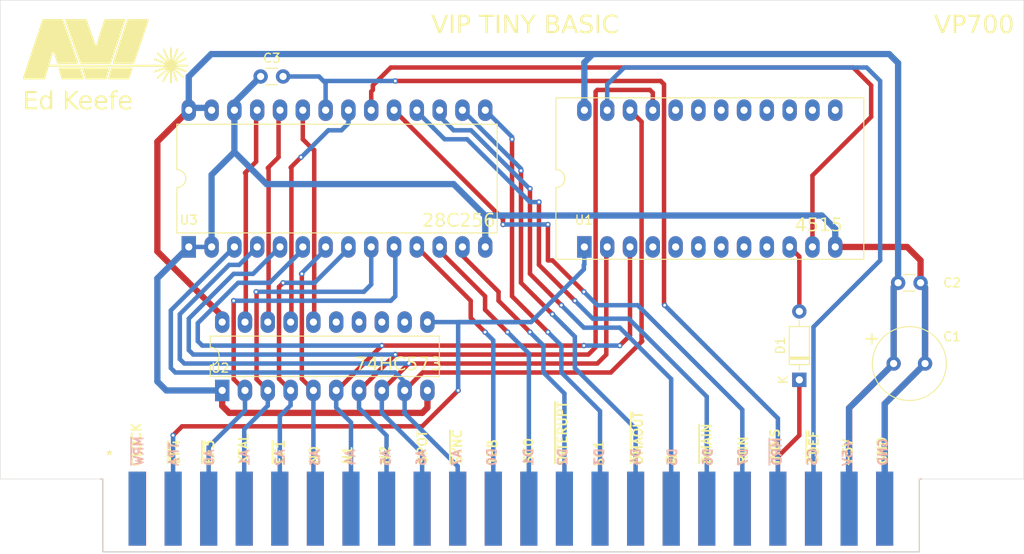
<source format=kicad_pcb>
(kicad_pcb (version 20240108) (generator "pcbnew") (generator_version "8.0")
  (layers (0 "F.Cu" signal) (31 "B.Cu" signal) (34 "B.Paste" user) (35 "F.Paste" user) (36 "B.SilkS" user "B.Silkscreen") (37 "F.SilkS" user "F.Silkscreen") (38 "B.Mask" user) (39 "F.Mask" user) (44 "Edge.Cuts" user))
  (net 0 "")
  (net 1 "Net-(D1-A)")
  (net 2 "Net-(P1-~{MRD})")
  (net 3 "+5V")
  (net 4 "GND")
  (net 5 "Net-(D1-K)")
  (net 15 "Net-(P1-TPA)")
  (net 25 "Net-(U1-Q0)")
  (net 30 "Net-(U2-Q3)")
  (net 31 "Net-(U2-Q2)")
  (net 34 "Net-(U2-Q1)")
  (net 37 "/A4")
  (net 43 "/A7")
  (net 45 "/D5")
  (net 46 "/D4")
  (net 47 "/A1")
  (net 50 "/D0")
  (net 54 "/D1")
  (net 56 "/A3")
  (net 57 "Net-(P1-CS)")
  (net 58 "/D2")
  (net 59 "/A0")
  (net 60 "/A2")
  (net 61 "/A5")
  (net 62 "/D3")
  (net 63 "/D6")
  (net 64 "/A6")
  (net 65 "/D7")
  (net 66 "Net-(U2-Q0)")
  (footprint "LOGO" (layer "F.Cu") (at 73.5 59.5)
    (property "Reference" "G***" (hide yes))
    (property "Value" "LOGO" (hide yes))
  )
  (footprint "Package_DIP:DIP-20_W7.62mm_LongPads" (layer "F.Cu") (at 86.22 97.5 90)
    (property "Reference" "U2" (at 2.5 -0.22 0) (layer "F.SilkS"))
    (property "Value" "74HC573" (hide yes))
    (pad "1" thru_hole rect (at 0 0 90) (size 2.4 1.6) (drill 0.8) (layers "*.Cu" "*.Mask") (net 4 "GND"))
    (pad "2" thru_hole oval (at 0 2.54 90) (size 2.4 1.6) (drill 0.8) (layers "*.Cu" "*.Mask") (net 59 "/A0"))
    (pad "3" thru_hole oval (at 0 5.08 90) (size 2.4 1.6) (drill 0.8) (layers "*.Cu" "*.Mask") (net 47 "/A1"))
    (pad "4" thru_hole oval (at 0 7.62 90) (size 2.4 1.6) (drill 0.8) (layers "*.Cu" "*.Mask") (net 60 "/A2"))
    (pad "5" thru_hole oval (at 0 10.16 90) (size 2.4 1.6) (drill 0.8) (layers "*.Cu" "*.Mask") (net 56 "/A3"))
    (pad "6" thru_hole oval (at 0 12.7 90) (size 2.4 1.6) (drill 0.8) (layers "*.Cu" "*.Mask") (net 37 "/A4"))
    (pad "7" thru_hole oval (at 0 15.24 90) (size 2.4 1.6) (drill 0.8) (layers "*.Cu" "*.Mask") (net 61 "/A5"))
    (pad "8" thru_hole oval (at 0 17.78 90) (size 2.4 1.6) (drill 0.8) (layers "*.Cu" "*.Mask") (net 64 "/A6"))
    (pad "9" thru_hole oval (at 0 20.32 90) (size 2.4 1.6) (drill 0.8) (layers "*.Cu" "*.Mask") (net 43 "/A7"))
    (pad "10" thru_hole oval (at 0 22.86 90) (size 2.4 1.6) (drill 0.8) (layers "*.Cu" "*.Mask") (net 4 "GND"))
    (pad "11" thru_hole oval (at 7.62 22.86 90) (size 2.4 1.6) (drill 0.8) (layers "*.Cu" "*.Mask") (net 15 "Net-(P1-TPA)"))
    (pad "12" thru_hole oval (at 7.62 20.32 90) (size 2.4 1.6) (drill 0.8) (layers "*.Cu" "*.Mask"))
    (pad "13" thru_hole oval (at 7.62 17.78 90) (size 2.4 1.6) (drill 0.8) (layers "*.Cu" "*.Mask"))
    (pad "14" thru_hole oval (at 7.62 15.24 90) (size 2.4 1.6) (drill 0.8) (layers "*.Cu" "*.Mask"))
    (pad "15" thru_hole oval (at 7.62 12.7 90) (size 2.4 1.6) (drill 0.8) (layers "*.Cu" "*.Mask"))
    (pad "16" thru_hole oval (at 7.62 10.16 90) (size 2.4 1.6) (drill 0.8) (layers "*.Cu" "*.Mask") (net 30 "Net-(U2-Q3)"))
    (pad "17" thru_hole oval (at 7.62 7.62 90) (size 2.4 1.6) (drill 0.8) (layers "*.Cu" "*.Mask") (net 31 "Net-(U2-Q2)"))
    (pad "18" thru_hole oval (at 7.62 5.08 90) (size 2.4 1.6) (drill 0.8) (layers "*.Cu" "*.Mask") (net 34 "Net-(U2-Q1)"))
    (pad "19" thru_hole oval (at 7.62 2.54 90) (size 2.4 1.6) (drill 0.8) (layers "*.Cu" "*.Mask") (net 66 "Net-(U2-Q0)"))
    (pad "20" thru_hole oval (at 7.62 0 90) (size 2.4 1.6) (drill 0.8) (layers "*.Cu" "*.Mask") (net 3 "+5V"))
  )
  (footprint "Package_DIP:DIP-28_W15.24mm_LongPads" (layer "F.Cu") (at 82.5 81.5 90)
    (property "Reference" "U3" (hide yes))
    (property "Value" "28C256" (hide yes))
    (fp_text user "${REFERENCE}" (at 3 0 0) (layer "F.SilkS"))
    (pad "1" thru_hole rect (at 0 0 90) (size 2.4 1.6) (drill 0.8) (layers "*.Cu" "*.Mask") (net 4 "GND"))
    (pad "2" thru_hole oval (at 0 2.54 90) (size 2.4 1.6) (drill 0.8) (layers "*.Cu" "*.Mask") (net 4 "GND"))
    (pad "3" thru_hole oval (at 0 5.08 90) (size 2.4 1.6) (drill 0.8) (layers "*.Cu" "*.Mask") (net 43 "/A7"))
    (pad "4" thru_hole oval (at 0 7.62 90) (size 2.4 1.6) (drill 0.8) (layers "*.Cu" "*.Mask") (net 64 "/A6"))
    (pad "5" thru_hole oval (at 0 10.16 90) (size 2.4 1.6) (drill 0.8) (layers "*.Cu" "*.Mask") (net 61 "/A5"))
    (pad "6" thru_hole oval (at 0 12.7 90) (size 2.4 1.6) (drill 0.8) (layers "*.Cu" "*.Mask") (net 37 "/A4"))
    (pad "7" thru_hole oval (at 0 15.24 90) (size 2.4 1.6) (drill 0.8) (layers "*.Cu" "*.Mask") (net 56 "/A3"))
    (pad "8" thru_hole oval (at 0 17.78 90) (size 2.4 1.6) (drill 0.8) (layers "*.Cu" "*.Mask") (net 60 "/A2"))
    (pad "9" thru_hole oval (at 0 20.32 90) (size 2.4 1.6) (drill 0.8) (layers "*.Cu" "*.Mask") (net 47 "/A1"))
    (pad "10" thru_hole oval (at 0 22.86 90) (size 2.4 1.6) (drill 0.8) (layers "*.Cu" "*.Mask") (net 59 "/A0"))
    (pad "11" thru_hole oval (at 0 25.4 90) (size 2.4 1.6) (drill 0.8) (layers "*.Cu" "*.Mask") (net 50 "/D0"))
    (pad "12" thru_hole oval (at 0 27.94 90) (size 2.4 1.6) (drill 0.8) (layers "*.Cu" "*.Mask") (net 54 "/D1"))
    (pad "13" thru_hole oval (at 0 30.48 90) (size 2.4 1.6) (drill 0.8) (layers "*.Cu" "*.Mask") (net 58 "/D2"))
    (pad "14" thru_hole oval (at 0 33.02 90) (size 2.4 1.6) (drill 0.8) (layers "*.Cu" "*.Mask") (net 4 "GND"))
    (pad "15" thru_hole oval (at 15.24 33.02 90) (size 2.4 1.6) (drill 0.8) (layers "*.Cu" "*.Mask") (net 62 "/D3"))
    (pad "16" thru_hole oval (at 15.24 30.48 90) (size 2.4 1.6) (drill 0.8) (layers "*.Cu" "*.Mask") (net 46 "/D4"))
    (pad "17" thru_hole oval (at 15.24 27.94 90) (size 2.4 1.6) (drill 0.8) (layers "*.Cu" "*.Mask") (net 45 "/D5"))
    (pad "18" thru_hole oval (at 15.24 25.4 90) (size 2.4 1.6) (drill 0.8) (layers "*.Cu" "*.Mask") (net 63 "/D6"))
    (pad "19" thru_hole oval (at 15.24 22.86 90) (size 2.4 1.6) (drill 0.8) (layers "*.Cu" "*.Mask") (net 65 "/D7"))
    (pad "20" thru_hole oval (at 15.24 20.32 90) (size 2.4 1.6) (drill 0.8) (layers "*.Cu" "*.Mask") (net 25 "Net-(U1-Q0)"))
    (pad "21" thru_hole oval (at 15.24 17.78 90) (size 2.4 1.6) (drill 0.8) (layers "*.Cu" "*.Mask") (net 31 "Net-(U2-Q2)"))
    (pad "22" thru_hole oval (at 15.24 15.24 90) (size 2.4 1.6) (drill 0.8) (layers "*.Cu" "*.Mask") (net 2 "Net-(P1-~{MRD})"))
    (pad "23" thru_hole oval (at 15.24 12.7 90) (size 2.4 1.6) (drill 0.8) (layers "*.Cu" "*.Mask") (net 30 "Net-(U2-Q3)"))
    (pad "24" thru_hole oval (at 15.24 10.16 90) (size 2.4 1.6) (drill 0.8) (layers "*.Cu" "*.Mask") (net 34 "Net-(U2-Q1)"))
    (pad "25" thru_hole oval (at 15.24 7.62 90) (size 2.4 1.6) (drill 0.8) (layers "*.Cu" "*.Mask") (net 66 "Net-(U2-Q0)"))
    (pad "26" thru_hole oval (at 15.24 5.08 90) (size 2.4 1.6) (drill 0.8) (layers "*.Cu" "*.Mask") (net 4 "GND"))
    (pad "27" thru_hole oval (at 15.24 2.54 90) (size 2.4 1.6) (drill 0.8) (layers "*.Cu" "*.Mask") (net 3 "+5V"))
    (pad "28" thru_hole oval (at 15.24 0 90) (size 2.4 1.6) (drill 0.8) (layers "*.Cu" "*.Mask") (net 3 "+5V"))
  )
  (footprint "Capacitor_THT:C_Radial_D8.0mm_H7.0mm_P3.50mm" (layer "F.Cu") (at 161 94.5)
    (property "Reference" "C1" (at 6.5 -3 0) (layer "F.SilkS"))
    (property "Value" "47uf")
    (pad "1" thru_hole circle (at 0 0) (size 1.6 1.6) (drill 0.8) (layers "*.Cu" "*.Mask") (net 3 "+5V"))
    (pad "2" thru_hole circle (at 3.5 0) (size 1.6 1.6) (drill 0.8) (layers "*.Cu" "*.Mask") (net 4 "GND"))
  )
  (footprint "Diode_THT:D_DO-35_SOD27_P7.62mm_Horizontal" (layer "F.Cu") (at 150.5 96.31 90)
    (property "Reference" "D1" (at 3.81 -2.12 90) (layer "F.SilkS"))
    (property "Value" "1N914")
    (fp_text user "K" (at 0 -1.8 90) (layer "F.SilkS"))
    (pad "1" thru_hole rect (at 0 0 90) (size 1.6 1.6) (drill 0.8) (layers "*.Cu" "*.Mask") (net 5 "Net-(D1-K)"))
    (pad "2" thru_hole oval (at 7.62 0 90) (size 1.6 1.6) (drill 0.8) (layers "*.Cu" "*.Mask") (net 1 "Net-(D1-A)"))
  )
  (footprint "Capacitor_THT:C_Disc_D3.0mm_W1.6mm_P2.50mm" (layer "F.Cu") (at 90.5 62.5)
    (property "Reference" "C3" (at 1.25 -2.05 0) (layer "F.SilkS"))
    (property "Value" "22pf")
    (pad "1" thru_hole circle (at 0 0) (size 1.6 1.6) (drill 0.8) (layers "*.Cu" "*.Mask") (net 4 "GND"))
    (pad "2" thru_hole circle (at 2.5 0) (size 1.6 1.6) (drill 0.8) (layers "*.Cu" "*.Mask") (net 2 "Net-(P1-~{MRD})"))
  )
  (footprint "Library:CosmacVIPEdge" (layer "F.Cu") (at 118.3948 115.5)
    (property "Reference" "P1" (hide yes))
    (property "Value" "Cosmac VIP Edge" (hide yes))
    (fp_line (start -45.466 0) (end -45.466 -8.128) (stroke (width 0.127)) (layer "Edge.Cuts"))
    (fp_line (start -45.466 0) (end 45.466 0) (stroke (width 0.127)) (layer "Edge.Cuts"))
    (fp_line (start 45.466 0) (end 45.466 -8.128) (stroke (width 0.127)) (layer "Edge.Cuts"))
    (fp_text user "A0" (at -33.026122 -11.541429 90) (layer "B.SilkS") (effects (font (thickness 0.2) (bold yes)) (justify left bottom mirror)))
    (fp_text user "A3" (at -21.224305 -11.541429 90) (layer "B.SilkS") (effects (font (thickness 0.2) (bold yes)) (justify left bottom mirror)))
    (fp_text user "A4" (at -17.290366 -11.541429 90) (layer "B.SilkS") (effects (font (thickness 0.2) (bold yes)) (justify left bottom mirror)))
    (fp_text user "A6" (at -9.422488 -11.541429 90) (layer "B.SilkS") (effects (font (thickness 0.2) (bold yes)) (justify left bottom mirror)))
    (fp_text user "D0" (at -1.55461 -11.684286 90) (layer "B.SilkS") (effects (font (thickness 0.2) (bold yes)) (justify left bottom mirror)))
    (fp_text user "A7" (at -5.488549 -11.541429 90) (layer "B.SilkS") (effects (font (thickness 0.2) (bold yes)) (justify left bottom mirror)))
    (fp_text user "A5" (at -13.356427 -11.541429 90) (layer "B.SilkS") (effects (font (thickness 0.2) (bold yes)) (justify left bottom mirror)))
    (fp_text user "CS" (at 34.117507 -11.684286 90) (layer "B.SilkS") (effects (font (thickness 0.2) (bold yes)) (justify left bottom mirror)))
    (fp_text user "A1" (at -29.092183 -11.541429 90) (layer "B.SilkS") (effects (font (thickness 0.2) (bold yes)) (justify left bottom mirror)))
    (fp_text user "~{MRW}" (at -40.894 -13.017619 90) (layer "B.SilkS") (effects (font (thickness 0.2) (bold yes)) (justify left bottom mirror)))
    (fp_text user "GND" (at 41.9854 -12.779524 90) (layer "B.SilkS") (effects (font (thickness 0.2) (bold yes)) (justify left bottom mirror)))
    (fp_text user "+5V" (at 38.051446 -12.779524 90) (layer "B.SilkS") (effects (font (thickness 0.2) (bold yes)) (justify left bottom mirror)))
    (fp_text user "D4" (at 14.478 -11.684286 90) (layer "B.SilkS") (effects (font (thickness 0.2) (bold yes)) (justify left bottom mirror)))
    (fp_text user "D6" (at 22.499602 -11.684286 90) (layer "B.SilkS") (effects (font (thickness 0.2) (bold yes)) (justify left bottom mirror)))
    (fp_text user "TPA" (at -36.960061 -12.350953 90) (layer "B.SilkS") (effects (font (thickness 0.2) (bold yes)) (justify left bottom mirror)))
    (fp_text user "~{MRD}" (at 30.183568 -12.874762 90) (layer "B.SilkS") (effects (font (thickness 0.2) (bold yes)) (justify left bottom mirror)))
    (fp_text user "D7" (at 26.416 -11.684286 90) (layer "B.SilkS") (effects (font (thickness 0.2) (bold yes)) (justify left bottom mirror)))
    (fp_text user "D5" (at 18.542 -11.684286 90) (layer "B.SilkS") (effects (font (thickness 0.2) (bold yes)) (justify left bottom mirror)))
    (fp_text user "D1" (at 2.518477 -11.684286 90) (layer "B.SilkS") (effects (font (thickness 0.2) (bold yes)) (justify left bottom mirror)))
    (fp_text user "A2" (at -25.158244 -11.541429 90) (layer "B.SilkS") (effects (font (thickness 0.2) (bold yes)) (justify left bottom mirror)))
    (fp_text user "D3" (at 10.414 -11.684286 90) (layer "B.SilkS") (effects (font (thickness 0.2) (bold yes)) (justify left bottom mirror)))
    (fp_text user "D2" (at 6.313268 -11.684286 90) (layer "B.SilkS") (effects (font (thickness 0.2) (bold yes)) (justify left bottom mirror)))
    (fp_text user "N0" (at -21.336 -9.652 90) (layer "F.SilkS") (effects (font (thickness 0.2) (bold yes)) (justify left bottom)))
    (fp_text user "~{EF1}" (at -25.146 -9.652 90) (layer "F.SilkS") (effects (font (thickness 0.2) (bold yes)) (justify left bottom)))
    (fp_text user "N2" (at -13.46627 -9.652 90) (layer "F.SilkS") (effects (font (thickness 0.2) (bold yes)) (justify left bottom)))
    (fp_text user "*" (at -45.212 -10.16 0) (layer "F.SilkS") (effects (justify left bottom)))
    (fp_text user "+5V" (at 38.1 -9.398 90) (layer "F.SilkS") (effects (font (thickness 0.2) (bold yes)) (justify left bottom)))
    (fp_text user "~{SYNC}" (at -5.399376 -9.652 90) (layer "F.SilkS") (effects (font (thickness 0.2) (bold yes)) (justify left bottom)))
    (fp_text user "~{DMAIN}" (at 22.352 -9.652 90) (layer "F.SilkS") (effects (font (thickness 0.2) (bold yes)) (justify left bottom)))
    (fp_text user "~{EF4}" (at -36.83 -9.652 90) (layer "F.SilkS") (effects (font (thickness 0.2) (bold yes)) (justify left bottom)))
    (fp_text user "N1" (at -17.63305 -9.652 90) (layer "F.SilkS") (effects (font (thickness 0.2) (bold yes)) (justify left bottom)))
    (fp_text user "~{CDEF}" (at 34.29 -9.652 90) (layer "F.SilkS") (effects (font (thickness 0.2) (bold yes)) (justify left bottom)))
    (fp_text user "~{EF3}" (at -33.02 -9.652 90) (layer "F.SilkS") (effects (font (thickness 0.2) (bold yes)) (justify left bottom)))
    (fp_text user "TPB" (at -1.499262 -9.652 90) (layer "F.SilkS") (effects (font (thickness 0.2) (bold yes)) (justify left bottom)))
    (fp_text user "CLOCK" (at -41.148 -9.398 90) (layer "F.SilkS") (effects (font (thickness 0.2) (bold yes)) (justify left bottom)))
    (fp_text user "~{DMAOUT}" (at 14.732 -9.652 90) (layer "F.SilkS") (effects (font (thickness 0.2) (bold yes)) (justify left bottom)))
    (fp_text user "~{INTERUPT}" (at 6.300966 -9.652 90) (layer "F.SilkS") (effects (font (thickness 0.2) (bold yes)) (justify left bottom)))
    (fp_text user "SPOT" (at -9.29949 -9.652 90) (layer "F.SilkS") (effects (font (thickness 0.2) (bold yes)) (justify left bottom)))
    (fp_text user "RUN" (at 26.416 -9.652 90) (layer "F.SilkS") (effects (font (thickness 0.2) (bold yes)) (justify left bottom)))
    (fp_text user "Q" (at 18.428223 -9.652 90) (layer "F.SilkS") (effects (font (thickness 0.2) (bold yes)) (justify left bottom)))
    (fp_text user "GND" (at 41.91 -9.652 90) (layer "F.SilkS") (effects (font (thickness 0.2) (bold yes)) (justify left bottom)))
    (fp_text user "XTAL" (at -29.21 -9.652 90) (layer "F.SilkS") (effects (font (thickness 0.2) (bold yes)) (justify left bottom)))
    (fp_text user "SC1" (at 10.367873 -9.398 90) (layer "F.SilkS") (effects (font (thickness 0.2) (bold yes)) (justify left bottom)))
    (fp_text user "SC0" (at 2.54 -9.652 90) (layer "F.SilkS") (effects (font (thickness 0.2) (bold yes)) (justify left bottom)))
    (fp_text user "INDIS" (at 29.972 -9.652 90) (layer "F.SilkS") (effects (font (thickness 0.2) (bold yes)) (justify left bottom)))
    (pad "1" connect rect (at -41.6052 -4.826) (size 1.905 8.255) (layers "F.Cu" "F.Mask"))
    (pad "2" connect rect (at -37.6428 -4.826) (size 1.905 8.255) (layers "F.Cu" "F.Mask"))
    (pad "3" connect rect (at -33.6804 -4.826) (size 1.905 8.255) (layers "F.Cu" "F.Mask"))
    (pad "4" connect rect (at -29.718 -4.826) (size 1.905 8.255) (layers "F.Cu" "F.Mask"))
    (pad "5" connect rect (at -25.7556 -4.826) (size 1.905 8.255) (layers "F.Cu" "F.Mask"))
    (pad "6" connect rect (at -21.7932 -4.826) (size 1.905 8.255) (layers "F.Cu" "F.Mask"))
    (pad "7" connect rect (at -17.8308 -4.826) (size 1.905 8.255) (layers "F.Cu" "F.Mask"))
    (pad "8" connect rect (at -13.8684 -4.826) (size 1.905 8.255) (layers "F.Cu" "F.Mask"))
    (pad "9" connect rect (at -9.906 -4.826) (size 1.905 8.255) (layers "F.Cu" "F.Mask"))
    (pad "10" connect rect (at -5.9436 -4.826) (size 1.905 8.255) (layers "F.Cu" "F.Mask"))
    (pad "11" connect rect (at -1.9812 -4.826) (size 1.905 8.255) (layers "F.Cu" "F.Mask"))
    (pad "12" connect rect (at 1.9812 -4.826) (size 1.905 8.255) (layers "F.Cu" "F.Mask"))
    (pad "13" connect rect (at 5.9436 -4.826) (size 1.905 8.255) (layers "F.Cu" "F.Mask"))
    (pad "14" connect rect (at 9.906 -4.826) (size 1.905 8.255) (layers "F.Cu" "F.Mask"))
    (pad "15" connect rect (at 13.8684 -4.826) (size 1.905 8.255) (layers "F.Cu" "F.Mask"))
    (pad "16" connect rect (at 17.8308 -4.826) (size 1.905 8.255) (layers "F.Cu" "F.Mask"))
    (pad "17" connect rect (at 21.7932 -4.826) (size 1.905 8.255) (layers "F.Cu" "F.Mask"))
    (pad "18" connect rect (at 25.7556 -4.826) (size 1.905 8.255) (layers "F.Cu" "F.Mask"))
    (pad "19" connect rect (at 29.718 -4.826) (size 1.905 8.255) (layers "F.Cu" "F.Mask") (net 5 "Net-(D1-K)"))
    (pad "20" connect rect (at 33.6804 -4.826) (size 1.905 8.255) (layers "F.Cu" "F.Mask"))
    (pad "21" connect rect (at 37.6428 -4.826) (size 1.905 8.255) (layers "F.Cu" "F.Mask") (net 3 "+5V"))
    (pad "22" connect rect (at 41.6052 -4.826) (size 1.905 8.255) (layers "F.Cu" "F.Mask") (net 4 "GND"))
    (pad "A" smd rect (at -41.656 -4.826) (size 1.905 8.255) (layers "B.Cu" "B.Paste" "B.Mask"))
    (pad "B" smd rect (at -37.6428 -4.826) (size 1.905 8.255) (layers "B.Cu" "B.Paste" "B.Mask") (net 15 "Net-(P1-TPA)"))
    (pad "C" smd rect (at -33.6804 -4.826) (size 1.905 8.255) (layers "B.Cu" "B.Paste" "B.Mask") (net 59 "/A0"))
    (pad "D" smd rect (at -29.718 -4.826) (size 1.905 8.255) (layers "B.Cu" "B.Paste" "B.Mask") (net 47 "/A1"))
    (pad "E" smd rect (at -25.7556 -4.826) (size 1.905 8.255) (layers "B.Cu" "B.Paste" "B.Mask") (net 60 "/A2"))
    (pad "F" smd rect (at -21.7932 -4.826) (size 1.905 8.255) (layers "B.Cu" "B.Paste" "B.Mask") (net 56 "/A3"))
    (pad "H" smd rect (at -17.8308 -4.826) (size 1.905 8.255) (layers "B.Cu" "B.Paste" "B.Mask") (net 37 "/A4"))
    (pad "J" smd rect (at -13.8684 -4.826) (size 1.905 8.255) (layers "B.Cu" "B.Paste" "B.Mask") (net 61 "/A5"))
    (pad "K" smd rect (at -9.906 -4.826) (size 1.905 8.255) (layers "B.Cu" "B.Paste" "B.Mask") (net 64 "/A6"))
    (pad "L" smd rect (at -5.9436 -4.826) (size 1.905 8.255) (layers "B.Cu" "B.Paste" "B.Mask") (net 43 "/A7"))
    (pad "M" smd rect (at -1.9812 -4.826) (size 1.905 8.255) (layers "B.Cu" "B.Paste" "B.Mask") (net 50 "/D0"))
    (pad "N" smd rect (at 1.9812 -4.826) (size 1.905 8.255) (layers "B.Cu" "B.Paste" "B.Mask") (net 54 "/D1"))
    (pad "P" smd rect (at 5.9436 -4.826) (size 1.905 8.255) (layers "B.Cu" "B.Paste" "B.Mask") (net 58 "/D2"))
    (pad "R" smd rect (at 9.906 -4.826) (size 1.905 8.255) (layers "B.Cu" "B.Paste" "B.Mask") (net 62 "/D3"))
    (pad "S" smd rect (at 13.8684 -4.826) (size 1.905 8.255) (layers "B.Cu" "B.Paste" "B.Mask") (net 46 "/D4"))
    (pad "T" smd rect (at 17.8308 -4.826) (size 1.905 8.255) (layers "B.Cu" "B.Paste" "B.Mask") (net 45 "/D5"))
    (pad "U" smd rect (at 21.7932 -4.826) (size 1.905 8.255) (layers "B.Cu" "B.Paste" "B.Mask") (net 63 "/D6"))
    (pad "V" smd rect (at 25.7556 -4.826) (size 1.905 8.255) (layers "B.Cu" "B.Paste" "B.Mask") (net 65 "/D7"))
    (pad "W" smd rect (at 29.718 -4.826) (size 1.905 8.255) (layers "B.Cu" "B.Paste" "B.Mask") (net 2 "Net-(P1-~{MRD})"))
    (pad "X" smd rect (at 33.6804 -4.826) (size 1.905 8.255) (layers "B.Cu" "B.Paste" "B.Mask") (net 57 "Net-(P1-CS)"))
    (pad "Y" smd rect (at 37.6428 -4.826) (size 1.905 8.255) (layers "B.Cu" "B.Paste" "B.Mask") (net 3 "+5V"))
    (pad "Z" smd rect (at 41.6052 -4.826) (size 1.905 8.255) (layers "B.Cu" "B.Paste" "B.Mask") (net 4 "GND"))
  )
  (footprint "Capacitor_THT:C_Disc_D3.0mm_W1.6mm_P2.50mm" (layer "F.Cu") (at 161.5 85.5)
    (property "Reference" "C2" (at 6 0 0) (layer "F.SilkS"))
    (property "Value" ".1uf")
    (pad "1" thru_hole circle (at 0 0) (size 1.6 1.6) (drill 0.8) (layers "*.Cu" "*.Mask") (net 3 "+5V"))
    (pad "2" thru_hole circle (at 2.5 0) (size 1.6 1.6) (drill 0.8) (layers "*.Cu" "*.Mask") (net 4 "GND"))
  )
  (footprint "Package_DIP:DIP-24_18.0mmx34.29mm_W15.24mm_LongPads" (layer "F.Cu") (at 126.56 81.5 90)
    (property "Reference" "U1" (hide yes))
    (property "Value" "4515" (hide yes))
    (fp_text user "${REFERENCE}" (at 3 -0.06 0) (layer "F.SilkS"))
    (pad "1" thru_hole rect (at 0 0 90) (size 2.4 1.6) (drill 0.8) (layers "*.Cu" "*.Mask") (net 15 "Net-(P1-TPA)"))
    (pad "2" thru_hole oval (at 0 2.54 90) (size 2.4 1.6) (drill 0.8) (layers "*.Cu" "*.Mask") (net 64 "/A6"))
    (pad "3" thru_hole oval (at 0 5.08 90) (size 2.4 1.6) (drill 0.8) (layers "*.Cu" "*.Mask") (net 37 "/A4"))
    (pad "4" thru_hole oval (at 0 7.62 90) (size 2.4 1.6) (drill 0.8) (layers "*.Cu" "*.Mask"))
    (pad "5" thru_hole oval (at 0 10.16 90) (size 2.4 1.6) (drill 0.8) (layers "*.Cu" "*.Mask"))
    (pad "6" thru_hole oval (at 0 12.7 90) (size 2.4 1.6) (drill 0.8) (layers "*.Cu" "*.Mask"))
    (pad "7" thru_hole oval (at 0 15.24 90) (size 2.4 1.6) (drill 0.8) (layers "*.Cu" "*.Mask"))
    (pad "8" thru_hole oval (at 0 17.78 90) (size 2.4 1.6) (drill 0.8) (layers "*.Cu" "*.Mask"))
    (pad "9" thru_hole oval (at 0 20.32 90) (size 2.4 1.6) (drill 0.8) (layers "*.Cu" "*.Mask"))
    (pad "10" thru_hole oval (at 0 22.86 90) (size 2.4 1.6) (drill 0.8) (layers "*.Cu" "*.Mask") (net 1 "Net-(D1-A)"))
    (pad "11" thru_hole oval (at 0 25.4 90) (size 2.4 1.6) (drill 0.8) (layers "*.Cu" "*.Mask") (net 25 "Net-(U1-Q0)"))
    (pad "12" thru_hole oval (at 0 27.94 90) (size 2.4 1.6) (drill 0.8) (layers "*.Cu" "*.Mask") (net 4 "GND"))
    (pad "13" thru_hole oval (at 15.24 27.94 90) (size 2.4 1.6) (drill 0.8) (layers "*.Cu" "*.Mask"))
    (pad "14" thru_hole oval (at 15.24 25.4 90) (size 2.4 1.6) (drill 0.8) (layers "*.Cu" "*.Mask"))
    (pad "15" thru_hole oval (at 15.24 22.86 90) (size 2.4 1.6) (drill 0.8) (layers "*.Cu" "*.Mask"))
    (pad "16" thru_hole oval (at 15.24 20.32 90) (size 2.4 1.6) (drill 0.8) (layers "*.Cu" "*.Mask"))
    (pad "17" thru_hole oval (at 15.24 17.78 90) (size 2.4 1.6) (drill 0.8) (layers "*.Cu" "*.Mask"))
    (pad "18" thru_hole oval (at 15.24 15.24 90) (size 2.4 1.6) (drill 0.8) (layers "*.Cu" "*.Mask"))
    (pad "19" thru_hole oval (at 15.24 12.7 90) (size 2.4 1.6) (drill 0.8) (layers "*.Cu" "*.Mask"))
    (pad "20" thru_hole oval (at 15.24 10.16 90) (size 2.4 1.6) (drill 0.8) (layers "*.Cu" "*.Mask"))
    (pad "21" thru_hole oval (at 15.24 7.62 90) (size 2.4 1.6) (drill 0.8) (layers "*.Cu" "*.Mask") (net 61 "/A5"))
    (pad "22" thru_hole oval (at 15.24 5.08 90) (size 2.4 1.6) (drill 0.8) (layers "*.Cu" "*.Mask") (net 43 "/A7"))
    (pad "23" thru_hole oval (at 15.24 2.54 90) (size 2.4 1.6) (drill 0.8) (layers "*.Cu" "*.Mask") (net 57 "Net-(P1-CS)"))
    (pad "24" thru_hole oval (at 15.24 0 90) (size 2.4 1.6) (drill 0.8) (layers "*.Cu" "*.Mask") (net 3 "+5V"))
  )
  (gr_line (start 92.5 71.5) (end 92.5 66.5) (stroke (width 0.5)) (layer "F.Cu") (net 34))
  (gr_line (start 129 92) (end 129 82.5) (stroke (width 0.5)) (layer "F.Cu") (net 64))
  (gr_line (start 90 66) (end 90 72) (stroke (width 0.5)) (layer "F.Cu") (net 66))
  (gr_line (start 90 86.5) (end 102 86.5) (stroke (width 0.5)) (layer "B.Cu") (net 47))
  (gr_line (start 82.5 66) (end 85 66) (stroke (width 0.7)) (layer "B.Cu") (net 3))
  (gr_line (start 105.5 81.5) (end 105.5 87) (stroke (width 0.5)) (layer "B.Cu") (net 59))
  (gr_line (start 87.5 87.5) (end 105 87.5) (stroke (width 0.5)) (layer "B.Cu") (net 59))
  (gr_line (start 93 85.5) (end 96.5 85.5) (stroke (width 0.5)) (layer "B.Cu") (net 60))
  (gr_line (start 98 81.5) (end 95 84.5) (stroke (width 0.5)) (layer "B.Cu") (net 56))
  (gr_line (start 100.5 81.5) (end 96.5 85.5) (stroke (width 0.5)) (layer "B.Cu") (net 60))
  (gr_line (start 175.5 54) (end 175.5 107.372) (stroke (width 0.05)) (layer "Edge.Cuts"))
  (gr_line (start 72.9288 107.372) (end 61.5 107.372) (stroke (width 0.05)) (layer "Edge.Cuts"))
  (gr_line (start 175.5 107.372) (end 163.8608 107.372) (stroke (width 0.05)) (layer "Edge.Cuts"))
  (gr_line (start 61.5 107.372) (end 61.5 54) (stroke (width 0.05)) (layer "Edge.Cuts"))
  (gr_line (start 61.5 54) (end 175.5 54) (stroke (width 0.05)) (layer "Edge.Cuts"))
  (gr_text "Ed Keefe" (at 64 66.5 0) (layer "F.SilkS") (effects (font (size 2 2) (thickness 0.1)) (justify left bottom)))
  (gr_text "+" (at 157.5 92.5 0) (layer "F.SilkS") (effects (font (size 1.5 1.5) (thickness 0.2)) (justify left bottom)))
  (gr_text "28C256" (at 108.5 79.5 0) (layer "F.SilkS") (effects (font (size 1.5 1.5) (thickness 0.1)) (justify left bottom)))
  (gr_text "4515" (at 150 80 0) (layer "F.SilkS") (effects (font (size 1.5 1.5) (thickness 0.1)) (justify left bottom)))
  (gr_text "VP700" (at 165.5 58 0) (layer "F.SilkS") (effects (font (size 2 2) (thickness 0.1)) (justify left bottom)))
  (gr_text "VIP TINY BASIC\n" (at 109.5 58 0) (layer "F.SilkS") (effects (font (size 2 2) (thickness 0.1)) (justify left bottom)))
  (gr_text "74HC573" (at 101 95.5 0) (layer "F.SilkS") (effects (font (size 1.5 1.5) (thickness 0.1)) (justify left bottom)))
  (segment (start 150.5 88.69) (end 150.5 82.58) (width 0.5) (layer "F.Cu") (net 1))
  (segment (start 150.5 82.58) (end 149.42 81.5) (width 0.5) (layer "F.Cu") (net 1))
  (segment (start 135.28 63.22) (end 135.06 63) (width 0.5) (layer "F.Cu") (net 2))
  (segment (start 135.5 88) (end 135.43 87.93) (width 0.5) (layer "F.Cu") (net 2))
  (segment (start 135.43 63.37) (end 135.28 63.22) (width 0.5) (layer "F.Cu") (net 2))
  (segment (start 135.43 87.93) (end 135.43 63.37) (width 0.5) (layer "F.Cu") (net 2))
  (segment (start 135.06 63) (end 105.5 63) (width 0.5) (layer "F.Cu") (net 2))
  (via (at 105.5 63) (size 0.6) (drill 0.3) (layers "F.Cu" "B.Cu") (net 2))
  (via (at 135.5 88) (size 0.6) (drill 0.3) (layers "F.Cu" "B.Cu") (net 2))
  (segment (start 105.5 63) (end 97.5 63) (width 0.5) (layer "B.Cu") (net 2))
  (segment (start 97.74 63.24) (end 97.74 66.26) (width 0.5) (layer "B.Cu") (net 2))
  (segment (start 97.5 63) (end 97.74 63.24) (width 0.5) (layer "B.Cu") (net 2))
  (segment (start 97 62.5) (end 97.5 63) (width 0.5) (layer "B.Cu") (net 2))
  (segment (start 93 62.5) (end 97 62.5) (width 0.5) (layer "B.Cu") (net 2))
  (segment (start 148.1128 100.6128) (end 148.1128 110.674) (width 0.5) (layer "B.Cu") (net 2))
  (segment (start 135.5 88) (end 148.1128 100.6128) (width 0.5) (layer "B.Cu") (net 2))
  (segment (start 161 94.5) (end 161 86) (width 0.7) (layer "F.Cu") (net 3))
  (segment (start 86.22 89.88) (end 86.22 89.22) (width 0.2) (layer "F.Cu") (net 3))
  (segment (start 156.0376 110.674) (end 156.0376 99.4624) (width 0.7) (layer "F.Cu") (net 3))
  (segment (start 156.0376 99.4624) (end 161 94.5) (width 0.7) (layer "F.Cu") (net 3))
  (segment (start 79 69.76) (end 82.5 66.26) (width 0.7) (layer "F.Cu") (net 3))
  (segment (start 161 86) (end 161.5 85.5) (width 0.5) (layer "F.Cu") (net 3))
  (segment (start 79 82) (end 79 69.76) (width 0.7) (layer "F.Cu") (net 3))
  (segment (start 86.22 89.22) (end 79 82) (width 0.7) (layer "F.Cu") (net 3))
  (segment (start 126.56 60.94) (end 126.56 66.26) (width 0.7) (layer "B.Cu") (net 3))
  (segment (start 161 86) (end 161.5 85.5) (width 0.5) (layer "B.Cu") (net 3))
  (segment (start 127 60) (end 127.5 60) (width 0.5) (layer "B.Cu") (net 3))
  (segment (start 160.5 60) (end 127 60) (width 0.7) (layer "B.Cu") (net 3))
  (segment (start 82.5 62.5) (end 82.5 66.26) (width 0.7) (layer "B.Cu") (net 3))
  (segment (start 127.5 60) (end 126.56 60.94) (width 0.7) (layer "B.Cu") (net 3))
  (segment (start 156.0376 99.4624) (end 161 94.5) (width 0.7) (layer "B.Cu") (net 3))
  (segment (start 85 60) (end 82.5 62.5) (width 0.7) (layer "B.Cu") (net 3))
  (segment (start 161.5 61) (end 160.5 60) (width 0.7) (layer "B.Cu") (net 3))
  (segment (start 161.5 85.5) (end 161.5 61) (width 0.7) (layer "B.Cu") (net 3))
  (segment (start 156.0376 110.674) (end 156.0376 99.4624) (width 0.7) (layer "B.Cu") (net 3))
  (segment (start 161 94.5) (end 161 86) (width 0.7) (layer "B.Cu") (net 3))
  (segment (start 127 60) (end 85 60) (width 0.7) (layer "B.Cu") (net 3))
  (segment (start 86.22 99.22) (end 87 100) (width 0.7) (layer "F.Cu") (net 4))
  (segment (start 86.22 97.5) (end 86.22 99.22) (width 0.7) (layer "F.Cu") (net 4))
  (segment (start 87 100) (end 108.5 100) (width 0.7) (layer "F.Cu") (net 4))
  (segment (start 160 110.674) (end 160 99) (width 0.7) (layer "F.Cu") (net 4))
  (segment (start 109.08 99.42) (end 109.08 97.5) (width 0.7) (layer "F.Cu") (net 4))
  (segment (start 162.5 81.5) (end 157.5 81.5) (width 0.7) (layer "F.Cu") (net 4))
  (segment (start 157.5 81.5) (end 154.5 81.5) (width 0.7) (layer "F.Cu") (net 4))
  (segment (start 108.5 100) (end 109.08 99.42) (width 0.7) (layer "F.Cu") (net 4))
  (segment (start 164.5 86) (end 164 85.5) (width 0.5) (layer "F.Cu") (net 4))
  (segment (start 164.5 94.5) (end 164.5 86) (width 0.7) (layer "F.Cu") (net 4))
  (segment (start 164 85.5) (end 164 83) (width 0.7) (layer "F.Cu") (net 4))
  (segment (start 164 83) (end 162.5 81.5) (width 0.7) (layer "F.Cu") (net 4))
  (segment (start 160 99) (end 164.5 94.5) (width 0.7) (layer "F.Cu") (net 4))
  (segment (start 160 99) (end 164.5 94.5) (width 0.7) (layer "B.Cu") (net 4))
  (segment (start 87.58 70.92) (end 87.58 66.26) (width 0.7) (layer "B.Cu") (net 4))
  (segment (start 87.58 66.26) (end 87.58 65.42) (width 0.5) (layer "B.Cu") (net 4))
  (segment (start 80 97.5) (end 79 96.5) (width 0.7) (layer "B.Cu") (net 4))
  (segment (start 153 78) (end 154.5 79.5) (width 0.7) (layer "B.Cu") (net 4))
  (segment (start 115.5 78) (end 153 78) (width 0.7) (layer "B.Cu") (net 4))
  (segment (start 79 85) (end 82.5 81.5) (width 0.7) (layer "B.Cu") (net 4))
  (segment (start 164.5 86) (end 164 85.5) (width 0.5) (layer "B.Cu") (net 4))
  (segment (start 86.22 97.78) (end 86 98) (width 0.2) (layer "B.Cu") (net 4))
  (segment (start 115.5 78) (end 115.52 78.02) (width 0.7) (layer "B.Cu") (net 4))
  (segment (start 154.5 79.5) (end 154.5 81.5) (width 0.7) (layer "B.Cu") (net 4))
  (segment (start 82.5 81.5) (end 85.04 81.5) (width 0.5) (layer "B.Cu") (net 4))
  (segment (start 160 110.674) (end 160 99) (width 0.7) (layer "B.Cu") (net 4))
  (segment (start 85.04 73.46) (end 85.04 81.5) (width 0.7) (layer "B.Cu") (net 4))
  (segment (start 112 74.5) (end 115.5 78) (width 0.7) (layer "B.Cu") (net 4))
  (segment (start 112 74.5) (end 91.16 74.5) (width 0.7) (layer "B.Cu") (net 4))
  (segment (start 164.5 94.5) (end 164.5 86) (width 0.7) (layer "B.Cu") (net 4))
  (segment (start 115.52 78.02) (end 115.52 81.5) (width 0.7) (layer "B.Cu") (net 4))
  (segment (start 86.22 97.5) (end 86.22 97.78) (width 0.2) (layer "B.Cu") (net 4))
  (segment (start 87.58 65.42) (end 90.5 62.5) (width 0.7) (layer "B.Cu") (net 4))
  (segment (start 79 96.5) (end 79 85) (width 0.7) (layer "B.Cu") (net 4))
  (segment (start 87.58 70.92) (end 85.04 73.46) (width 0.7) (layer "B.Cu") (net 4))
  (segment (start 86.22 97.5) (end 80 97.5) (width 0.7) (layer "B.Cu") (net 4))
  (segment (start 91.16 74.5) (end 87.58 70.92) (width 0.7) (layer "B.Cu") (net 4))
  (segment (start 150.5 96.31) (end 150.5 102.5) (width 0.5) (layer "F.Cu") (net 5))
  (segment (start 150.5 102.5) (end 148 105) (width 0.5) (layer "F.Cu") (net 5))
  (segment (start 148 105) (end 148.1128 105.1128) (width 0.5) (layer "F.Cu") (net 5))
  (segment (start 148.1128 105.1128) (end 148.1128 110.674) (width 0.5) (layer "F.Cu") (net 5))
  (segment (start 80.752 102.5) (end 81.752 101.5) (width 0.5) (layer "F.Cu") (net 15))
  (segment (start 108.5 101.5) (end 112.5 97.5) (width 0.5) (layer "F.Cu") (net 15))
  (segment (start 81.752 101.5) (end 108.5 101.5) (width 0.5) (layer "F.Cu") (net 15))
  (via (at 80.752 102.5) (size 0.6) (drill 0.3) (layers "F.Cu" "B.Cu") (net 15))
  (via (at 112.5 97.5) (size 0.6) (drill 0.3) (layers "F.Cu" "B.Cu") (net 15))
  (segment (start 112.5 89.88) (end 119 89.88) (width 0.5) (layer "B.Cu") (net 15))
  (segment (start 80.752 110.674) (end 80.752 102.5) (width 0.5) (layer "B.Cu") (net 15))
  (segment (start 109.08 89.88) (end 119 89.88) (width 0.5) (layer "B.Cu") (net 15))
  (segment (start 112.5 97.5) (end 112.5 89.88) (width 0.5) (layer "B.Cu") (net 15))
  (segment (start 126.5 84) (end 126.5 83.5) (width 0.5) (layer "B.Cu") (net 15))
  (segment (start 120.62 89.88) (end 126.5 84) (width 0.5) (layer "B.Cu") (net 15))
  (segment (start 119 89.88) (end 120.62 89.88) (width 0.5) (layer "B.Cu") (net 15))
  (segment (start 126.56 83.44) (end 126.56 81.5) (width 0.5) (layer "B.Cu") (net 15))
  (segment (start 126.5 83.5) (end 126.56 83.44) (width 0.5) (layer "B.Cu") (net 15))
  (segment (start 158.5 67) (end 158.5 63.5) (width 0.5) (layer "F.Cu") (net 25))
  (segment (start 103 63.5) (end 103 64) (width 0.5) (layer "F.Cu") (net 25))
  (segment (start 102.82 64.18) (end 102.82 66.26) (width 0.5) (layer "F.Cu") (net 25))
  (segment (start 151.96 73.54) (end 158.5 67) (width 0.5) (layer "F.Cu") (net 25))
  (segment (start 158.5 63.5) (end 156.5 61.5) (width 0.5) (layer "F.Cu") (net 25))
  (segment (start 105 61.5) (end 103 63.5) (width 0.5) (layer "F.Cu") (net 25))
  (segment (start 103 64) (end 102.82 64.18) (width 0.5) (layer "F.Cu") (net 25))
  (segment (start 151.96 81.5) (end 151.96 73.54) (width 0.5) (layer "F.Cu") (net 25))
  (segment (start 156.5 61.5) (end 105 61.5) (width 0.5) (layer "F.Cu") (net 25))
  (segment (start 95.2 69.5) (end 95.2 66.26) (width 0.5) (layer "F.Cu") (net 30))
  (segment (start 96.47 89.88) (end 96.47 70.68) (width 0.5) (layer "F.Cu") (net 30))
  (segment (start 96.38 70.68) (end 95.2 69.5) (width 0.5) (layer "F.Cu") (net 30))
  (segment (start 93.85 72.65) (end 95 71.5) (width 0.5) (layer "F.Cu") (net 31))
  (segment (start 93.84 89.88) (end 93.85 89.87) (width 0.2) (layer "F.Cu") (net 31))
  (segment (start 93.93 89.87) (end 93.93 72.65) (width 0.5) (layer "F.Cu") (net 31))
  (via (at 95 71.5) (size 0.6) (drill 0.3) (layers "F.Cu" "B.Cu") (net 31))
  (segment (start 98.04 68.5) (end 99.5 68.5) (width 0.5) (layer "B.Cu") (net 31))
  (segment (start 100.28 67.72) (end 100.28 66.26) (width 0.5) (layer "B.Cu") (net 31))
  (segment (start 99.5 68.5) (end 100.28 67.72) (width 0.5) (layer "B.Cu") (net 31))
  (segment (start 95.04 71.5) (end 98.04 68.5) (width 0.5) (layer "B.Cu") (net 31))
  (segment (start 95 71.5) (end 95.04 71.5) (width 0.2) (layer "B.Cu") (net 31))
  (segment (start 91.3 72.7) (end 92.5 71.5) (width 0.5) (layer "F.Cu") (net 34))
  (segment (start 91.39 89.88) (end 91.39 72.7) (width 0.5) (layer "F.Cu") (net 34))
  (segment (start 126.5 92.5) (end 104 92.5) (width 0.5) (layer "F.Cu") (net 37))
  (segment (start 131.64 91.36) (end 130.5 92.5) (width 0.5) (layer "F.Cu") (net 37))
  (segment (start 99 97.5) (end 98.92 97.5) (width 0.5) (layer "F.Cu") (net 37))
  (segment (start 104 92.5) (end 99 97.5) (width 0.5) (layer "F.Cu") (net 37))
  (segment (start 131.64 81.5) (end 131.64 91.36) (width 0.5) (layer "F.Cu") (net 37))
  (via (at 126.5 92.5) (size 0.6) (drill 0.3) (layers "F.Cu" "B.Cu") (net 37))
  (via (at 104 92.5) (size 0.6) (drill 0.3) (layers "F.Cu" "B.Cu") (net 37))
  (via (at 130.5 92.5) (size 0.6) (drill 0.3) (layers "F.Cu" "B.Cu") (net 37))
  (segment (start 91.5 85.5) (end 95.2 81.8) (width 0.5) (layer "B.Cu") (net 37))
  (segment (start 95.2 81.8) (end 95.2 81.5) (width 0.5) (layer "B.Cu") (net 37))
  (segment (start 83.5 90) (end 88 85.5) (width 0.5) (layer "B.Cu") (net 37))
  (segment (start 100.564 101.064) (end 98.92 99.42) (width 0.5) (layer "B.Cu") (net 37))
  (segment (start 100.564 110.674) (end 100.564 101.064) (width 0.5) (layer "B.Cu") (net 37))
  (segment (start 84 92.5) (end 83.5 92) (width 0.5) (layer "B.Cu") (net 37))
  (segment (start 88 85.5) (end 91.5 85.5) (width 0.5) (layer "B.Cu") (net 37))
  (segment (start 104 92.5) (end 84 92.5) (width 0.5) (layer "B.Cu") (net 37))
  (segment (start 126.5 92.5) (end 130.5 92.5) (width 0.5) (layer "B.Cu") (net 37))
  (segment (start 83.5 92) (end 83.5 90) (width 0.5) (layer "B.Cu") (net 37))
  (segment (start 98.92 99.42) (end 98.92 97.5) (width 0.5) (layer "B.Cu") (net 37))
  (segment (start 133 92) (end 132.93 91.93) (width 0.5) (layer "F.Cu") (net 43))
  (segment (start 132.93 91.93) (end 132.93 67.55) (width 0.5) (layer "F.Cu") (net 43))
  (segment (start 129.5 95.5) (end 133 92) (width 0.5) (layer "F.Cu") (net 43))
  (segment (start 108.54 95.5) (end 129.5 95.5) (width 0.5) (layer "F.Cu") (net 43))
  (segment (start 106.54 97.5) (end 108.54 95.5) (width 0.5) (layer "F.Cu") (net 43))
  (segment (start 132.93 67.55) (end 131.64 66.26) (width 0.5) (layer "F.Cu") (net 43))
  (segment (start 105.5 95.5) (end 81 95.5) (width 0.5) (layer "B.Cu") (net 43))
  (segment (start 112.4512 105.9512) (end 106.5 100) (width 0.5) (layer "B.Cu") (net 43))
  (segment (start 112.4512 110.674) (end 112.4512 105.9512) (width 0.5) (layer "B.Cu") (net 43))
  (segment (start 106.54 97.5) (end 106.54 96.54) (width 0.5) (layer "B.Cu") (net 43))
  (segment (start 106.5 100) (end 106.54 99.96) (width 0.5) (layer "B.Cu") (net 43))
  (segment (start 106.54 99.96) (end 106.54 97.5) (width 0.5) (layer "B.Cu") (net 43))
  (segment (start 80.5 88.58) (end 87.58 81.5) (width 0.5) (layer "B.Cu") (net 43))
  (segment (start 80.5 95) (end 80.5 88.58) (width 0.5) (layer "B.Cu") (net 43))
  (segment (start 81 95.5) (end 80.5 95) (width 0.5) (layer "B.Cu") (net 43))
  (segment (start 106.54 96.54) (end 105.5 95.5) (width 0.5) (layer "B.Cu") (net 43))
  (segment (start 120.5 75) (end 120.5 84.5) (width 0.5) (layer "F.Cu") (net 45))
  (segment (start 120.5 84.5) (end 124 88) (width 0.5) (layer "F.Cu") (net 45))
  (via (at 120.5 75) (size 0.6) (drill 0.3) (layers "F.Cu" "B.Cu") (net 45))
  (via (at 124 88) (size 0.6) (drill 0.3) (layers "F.Cu" "B.Cu") (net 45))
  (segment (start 113.939339 68.5) (end 112 68.5) (width 0.5) (layer "B.Cu") (net 45))
  (segment (start 136.2256 96.2256) (end 136.2256 110.674) (width 0.5) (layer "B.Cu") (net 45))
  (segment (start 126.5 90.5) (end 130.5 90.5) (width 0.5) (layer "B.Cu") (net 45))
  (segment (start 130.5 90.5) (end 136.2256 96.2256) (width 0.5) (layer "B.Cu") (net 45))
  (segment (start 112 68.5) (end 110.44 66.94) (width 0.5) (layer "B.Cu") (net 45))
  (segment (start 124 88) (end 126.5 90.5) (width 0.5) (layer "B.Cu") (net 45))
  (segment (start 120.439339 75) (end 113.939339 68.5) (width 0.5) (layer "B.Cu") (net 45))
  (segment (start 110.44 66.94) (end 110.44 66.26) (width 0.5) (layer "B.Cu") (net 45))
  (segment (start 120.5 75) (end 120.439339 75) (width 0.5) (layer "B.Cu") (net 45))
  (segment (start 119.5 85.5) (end 123 89) (width 0.5) (layer "F.Cu") (net 46))
  (segment (start 119.5 73) (end 119.5 85.5) (width 0.5) (layer "F.Cu") (net 46))
  (via (at 119.5 73) (size 0.6) (drill 0.3) (layers "F.Cu" "B.Cu") (net 46))
  (via (at 123 89) (size 0.6) (drill 0.3) (layers "F.Cu" "B.Cu") (net 46))
  (segment (start 132.2632 110.674) (end 132.2632 101.7632) (width 0.5) (layer "B.Cu") (net 46))
  (segment (start 119.5 72.78) (end 112.98 66.26) (width 0.5) (layer "B.Cu") (net 46))
  (segment (start 125.5 95) (end 125.5 91.5) (width 0.5) (layer "B.Cu") (net 46))
  (segment (start 119.5 73) (end 119.5 72.78) (width 0.2) (layer "B.Cu") (net 46))
  (segment (start 132.2632 101.7632) (end 125.5 95) (width 0.5) (layer "B.Cu") (net 46))
  (segment (start 125.5 91.5) (end 123 89) (width 0.5) (layer "B.Cu") (net 46))
  (segment (start 90.05 86.55) (end 90.05 96.25) (width 0.5) (layer "F.Cu") (net 47))
  (segment (start 90 86.5) (end 90.05 86.55) (width 0.5) (layer "F.Cu") (net 47))
  (segment (start 90.05 96.25) (end 91.3 97.5) (width 0.5) (layer "F.Cu") (net 47))
  (via (at 90 86.5) (size 0.6) (drill 0.3) (layers "F.Cu" "B.Cu") (net 47))
  (segment (start 102 86.5) (end 102.82 85.68) (width 0.5) (layer "B.Cu") (net 47))
  (segment (start 88.6768 101.8232) (end 88.6768 110.674) (width 0.5) (layer "B.Cu") (net 47))
  (segment (start 91.3 97.5) (end 91.3 99.2) (width 0.5) (layer "B.Cu") (net 47))
  (segment (start 102.82 85.68) (end 102.82 81.5) (width 0.5) (layer "B.Cu") (net 47))
  (segment (start 91.3 99.2) (end 88.6768 101.8232) (width 0.5) (layer "B.Cu") (net 47))
  (segment (start 113.9 89.4) (end 113.9 87.5) (width 0.5) (layer "F.Cu") (net 50))
  (segment (start 113.9 87.5) (end 107.9 81.5) (width 0.5) (layer "F.Cu") (net 50))
  (segment (start 115.5 91) (end 113.9 89.4) (width 0.5) (layer "F.Cu") (net 50))
  (via (at 115.5 91) (size 0.6) (drill 0.3) (layers "F.Cu" "B.Cu") (net 50))
  (segment (start 116.4136 95.5864) (end 116.4136 96) (width 0.2) (layer "B.Cu") (net 50))
  (segment (start 116.4136 96) (end 116.4136 91.9136) (width 0.5) (layer "B.Cu") (net 50))
  (segment (start 116.4136 91.9136) (end 115.5 91) (width 0.5) (layer "B.Cu") (net 50))
  (segment (start 116.4136 110.674) (end 116.4136 95.5864) (width 0.5) (layer "B.Cu") (net 50))
  (segment (start 115.5 87) (end 110.44 81.94) (width 0.5) (layer "F.Cu") (net 54))
  (segment (start 115.5 88.5) (end 115.5 87) (width 0.5) (layer "F.Cu") (net 54))
  (segment (start 118 91) (end 115.5 88.5) (width 0.5) (layer "F.Cu") (net 54))
  (segment (start 110.44 81.5) (end 110.44 81.94) (width 0.2) (layer "F.Cu") (net 54))
  (via (at 118 91) (size 0.6) (drill 0.3) (layers "F.Cu" "B.Cu") (net 54))
  (segment (start 120.376 93.376) (end 118 91) (width 0.5) (layer "B.Cu") (net 54))
  (segment (start 120.376 110.674) (end 120.376 93.5) (width 0.5) (layer "B.Cu") (net 54))
  (segment (start 120.376 93.5) (end 120.376 93.376) (width 0.2) (layer "B.Cu") (net 54))
  (segment (start 95.09 84.5) (end 95.09 96.21) (width 0.5) (layer "F.Cu") (net 56))
  (segment (start 95.09 96.21) (end 96.38 97.5) (width 0.5) (layer "F.Cu") (net 56))
  (via (at 95.09 84.5) (size 0.6) (drill 0.3) (layers "F.Cu" "B.Cu") (net 56))
  (segment (start 96.38 110.4524) (end 96.6016 110.674) (width 0.5) (layer "B.Cu") (net 56))
  (segment (start 96.38 97.5) (end 96.38 110.4524) (width 0.5) (layer "B.Cu") (net 56))
  (segment (start 131 61.5) (end 158 61.5) (width 0.5) (layer "B.Cu") (net 57))
  (segment (start 129.1 63.4) (end 131 61.5) (width 0.5) (layer "B.Cu") (net 57))
  (segment (start 158 61.5) (end 159.5 63) (width 0.5) (layer "B.Cu") (net 57))
  (segment (start 152.0752 90.4248) (end 152.0752 110.674) (width 0.5) (layer "B.Cu") (net 57))
  (segment (start 129.1 66.26) (end 129.1 63.4) (width 0.5) (layer "B.Cu") (net 57))
  (segment (start 159.5 63) (end 159.5 83) (width 0.5) (layer "B.Cu") (net 57))
  (segment (start 159.5 83) (end 152.0752 90.4248) (width 0.5) (layer "B.Cu") (net 57))
  (segment (start 112.98 81.5) (end 112.98 82.48) (width 0.2) (layer "F.Cu") (net 58))
  (segment (start 120.5 91) (end 117 87.5) (width 0.5) (layer "F.Cu") (net 58))
  (segment (start 117 86.5) (end 112.98 82.48) (width 0.5) (layer "F.Cu") (net 58))
  (segment (start 117 87.5) (end 117 86.5) (width 0.5) (layer "F.Cu") (net 58))
  (via (at 120.5 91) (size 0.6) (drill 0.3) (layers "F.Cu" "B.Cu") (net 58))
  (segment (start 124.3384 97.8384) (end 124.3384 110.674) (width 0.5) (layer "B.Cu") (net 58))
  (segment (start 122 95.5) (end 124.3384 97.8384) (width 0.5) (layer "B.Cu") (net 58))
  (segment (start 120.5 91) (end 122 92.5) (width 0.5) (layer "B.Cu") (net 58))
  (segment (start 122 92.5) (end 122 95.5) (width 0.5) (layer "B.Cu") (net 58))
  (segment (start 87.5 96.24) (end 87.5 88) (width 0.5) (layer "F.Cu") (net 59))
  (segment (start 88.76 97.5) (end 87.5 96.24) (width 0.5) (layer "F.Cu") (net 59))
  (segment (start 87.5 88) (end 87.5 87.5) (width 0.5) (layer "F.Cu") (net 59))
  (via (at 87.5 87.5) (size 0.6) (drill 0.3) (layers "F.Cu" "B.Cu") (net 59))
  (segment (start 105 87.5) (end 105.5 87) (width 0.5) (layer "B.Cu") (net 59))
  (segment (start 84.7144 103.7856) (end 88.76 99.74) (width 0.5) (layer "B.Cu") (net 59))
  (segment (start 104.5 87.5) (end 105 87.5) (width 0.2) (layer "B.Cu") (net 59))
  (segment (start 84.7144 110.674) (end 84.7144 103.7856) (width 0.5) (layer "B.Cu") (net 59))
  (segment (start 88.76 99.74) (end 88.76 97.5) (width 0.5) (layer "B.Cu") (net 59))
  (segment (start 92.55 86.2) (end 92.55 96.21) (width 0.5) (layer "F.Cu") (net 60))
  (segment (start 93 85.5) (end 92.55 85.95) (width 0.5) (layer "F.Cu") (net 60))
  (segment (start 92.55 85.95) (end 92.55 86.2) (width 0.5) (layer "F.Cu") (net 60))
  (segment (start 92.55 96.21) (end 93.84 97.5) (width 0.5) (layer "F.Cu") (net 60))
  (via (at 93 85.5) (size 0.6) (drill 0.3) (layers "F.Cu" "B.Cu") (net 60))
  (segment (start 92.6392 110.674) (end 92.6392 100.3608) (width 0.5) (layer "B.Cu") (net 60))
  (segment (start 93.84 99.16) (end 93.84 97.5) (width 0.5) (layer "B.Cu") (net 60))
  (segment (start 92.6392 100.3608) (end 93.84 99.16) (width 0.5) (layer "B.Cu") (net 60))
  (segment (start 127.81 64.19) (end 128 64) (width 0.5) (layer "F.Cu") (net 61))
  (segment (start 105.5 93.5) (end 127 93.5) (width 0.5) (layer "F.Cu") (net 61))
  (segment (start 127.81 92.69) (end 127.81 64.19) (width 0.5) (layer "F.Cu") (net 61))
  (segment (start 128 64) (end 133.86 64) (width 0.5) (layer "F.Cu") (net 61))
  (segment (start 101.5 97.5) (end 105.5 93.5) (width 0.5) (layer "F.Cu") (net 61))
  (segment (start 134.18 64.32) (end 134.18 66.26) (width 0.5) (layer "F.Cu") (net 61))
  (segment (start 127 93.5) (end 127.81 92.69) (width 0.5) (layer "F.Cu") (net 61))
  (segment (start 133.86 64) (end 134.18 64.32) (width 0.5) (layer "F.Cu") (net 61))
  (segment (start 101.46 97.5) (end 101.5 97.5) (width 0.5) (layer "F.Cu") (net 61))
  (via (at 105.5 93.5) (size 0.6) (drill 0.3) (layers "F.Cu" "B.Cu") (net 61))
  (segment (start 101.46 99.46) (end 101.46 97.5) (width 0.5) (layer "B.Cu") (net 61))
  (segment (start 89.66 84.5) (end 92.66 81.5) (width 0.5) (layer "B.Cu") (net 61))
  (segment (start 82.5 89.5) (end 87.5 84.5) (width 0.5) (layer "B.Cu") (net 61))
  (segment (start 105.5 93.5) (end 83 93.5) (width 0.5) (layer "B.Cu") (net 61))
  (segment (start 87.5 84.5) (end 89.66 84.5) (width 0.5) (layer "B.Cu") (net 61))
  (segment (start 104.5264 110.674) (end 104.5264 102.5264) (width 0.5) (layer "B.Cu") (net 61))
  (segment (start 83 93.5) (end 82.5 93) (width 0.5) (layer "B.Cu") (net 61))
  (segment (start 104.5264 102.5264) (end 101.46 99.46) (width 0.5) (layer "B.Cu") (net 61))
  (segment (start 82.5 93) (end 82.5 89.5) (width 0.5) (layer "B.Cu") (net 61))
  (segment (start 118.5 69.5) (end 118.5 87) (width 0.5) (layer "F.Cu") (net 62))
  (segment (start 118.5 87) (end 122.5 91) (width 0.5) (layer "F.Cu") (net 62))
  (via (at 122.5 91) (size 0.6) (drill 0.3) (layers "F.Cu" "B.Cu") (net 62))
  (via (at 118.5 69.5) (size 0.6) (drill 0.3) (layers "F.Cu" "B.Cu") (net 62))
  (segment (start 124 92.5) (end 124 95.5) (width 0.5) (layer "B.Cu") (net 62))
  (segment (start 128.3008 99.8008) (end 128.3008 110.674) (width 0.5) (layer "B.Cu") (net 62))
  (segment (start 122.5 91) (end 124 92.5) (width 0.5) (layer "B.Cu") (net 62))
  (segment (start 118.5 69.5) (end 118.5 69.24) (width 0.5) (layer "B.Cu") (net 62))
  (segment (start 124 95.5) (end 128.3008 99.8008) (width 0.5) (layer "B.Cu") (net 62))
  (segment (start 118.5 69.24) (end 115.52 66.26) (width 0.5) (layer "B.Cu") (net 62))
  (segment (start 121.5 83.5) (end 125.5 87.5) (width 0.5) (layer "F.Cu") (net 63))
  (segment (start 121.5 76.5) (end 121.5 83.5) (width 0.5) (layer "F.Cu") (net 63))
  (via (at 125.5 87.5) (size 0.6) (drill 0.3) (layers "F.Cu" "B.Cu") (net 63))
  (via (at 121.5 76.5) (size 0.6) (drill 0.3) (layers "F.Cu" "B.Cu") (net 63))
  (segment (start 140.188 98.188) (end 140.188 110.674) (width 0.5) (layer "B.Cu") (net 63))
  (segment (start 111 69.5) (end 107.9 66.4) (width 0.5) (layer "B.Cu") (net 63))
  (segment (start 121.5 76.5) (end 120.5 76.5) (width 0.5) (layer "B.Cu") (net 63))
  (segment (start 107.9 66.4) (end 107.9 66.26) (width 0.5) (layer "B.Cu") (net 63))
  (segment (start 127.5 89.5) (end 131.5 89.5) (width 0.5) (layer "B.Cu") (net 63))
  (segment (start 120.5 76.5) (end 113.5 69.5) (width 0.5) (layer "B.Cu") (net 63))
  (segment (start 131.5 89.5) (end 140.188 98.188) (width 0.5) (layer "B.Cu") (net 63))
  (segment (start 113.5 69.5) (end 111 69.5) (width 0.5) (layer "B.Cu") (net 63))
  (segment (start 125.5 87.5) (end 127.5 89.5) (width 0.5) (layer "B.Cu") (net 63))
  (segment (start 104 97.5) (end 107 94.5) (width 0.5) (layer "F.Cu") (net 64))
  (segment (start 128 94.5) (end 129 93.5) (width 0.5) (layer "F.Cu") (net 64))
  (segment (start 129 93.5) (end 129 92) (width 0.5) (layer "F.Cu") (net 64))
  (segment (start 107 94.5) (end 128 94.5) (width 0.5) (layer "F.Cu") (net 64))
  (via (at 107 94.5) (size 0.6) (drill 0.3) (layers "F.Cu" "B.Cu") (net 64))
  (segment (start 88.12 83.5) (end 87 83.5) (width 0.5) (layer "B.Cu") (net 64))
  (segment (start 81.5 89) (end 81.5 94) (width 0.5) (layer "B.Cu") (net 64))
  (segment (start 82 94.5) (end 107 94.5) (width 0.5) (layer "B.Cu") (net 64))
  (segment (start 90.12 81.5) (end 88.12 83.5) (width 0.5) (layer "B.Cu") (net 64))
  (segment (start 108.4888 110.674) (end 108.4888 104.4888) (width 0.5) (layer "B.Cu") (net 64))
  (segment (start 108.4888 104.4888) (end 104 100) (width 0.5) (layer "B.Cu") (net 64))
  (segment (start 87 83.5) (end 81.5 89) (width 0.5) (layer "B.Cu") (net 64))
  (segment (start 81.5 94) (end 82 94.5) (width 0.5) (layer "B.Cu") (net 64))
  (segment (start 104 100) (end 104 97.5) (width 0.5) (layer "B.Cu") (net 64))
  (segment (start 123 83) (end 122.5 83) (width 0.5) (layer "F.Cu") (net 65))
  (segment (start 117.5 79) (end 117.5 78.4) (width 0.5) (layer "F.Cu") (net 65))
  (segment (start 126.5 86.5) (end 123 83) (width 0.5) (layer "F.Cu") (net 65))
  (segment (start 122.5 83) (end 122.5 79) (width 0.5) (layer "F.Cu") (net 65))
  (segment (start 117.5 78.4) (end 105.36 66.26) (width 0.5) (layer "F.Cu") (net 65))
  (via (at 126.5 86.5) (size 0.6) (drill 0.3) (layers "F.Cu" "B.Cu") (net 65))
  (via (at 117.5 79) (size 0.6) (drill 0.3) (layers "F.Cu" "B.Cu") (net 65))
  (via (at 122.5 79) (size 0.6) (drill 0.3) (layers "F.Cu" "B.Cu") (net 65))
  (segment (start 132.5 88) (end 128 88) (width 0.5) (layer "B.Cu") (net 65))
  (segment (start 144.1504 99.6504) (end 132.5 88) (width 0.5) (layer "B.Cu") (net 65))
  (segment (start 144.1504 110.674) (end 144.1504 99.6504) (width 0.5) (layer "B.Cu") (net 65))
  (segment (start 122.5 79) (end 121.5 79) (width 0.5) (layer "B.Cu") (net 65))
  (segment (start 128 88) (end 126.5 86.5) (width 0.5) (layer "B.Cu") (net 65))
  (segment (start 121.5 79) (end 117.5 79) (width 0.5) (layer "B.Cu") (net 65))
  (segment (start 88.85 89.88) (end 88.85 73.24) (width 0.5) (layer "F.Cu") (net 66))
  (segment (start 90 72) (end 90 71.5) (width 0.2) (layer "F.Cu") (net 66))
  (segment (start 88.76 73.24) (end 90 72) (width 0.5) (layer "F.Cu") (net 66))
)
</source>
